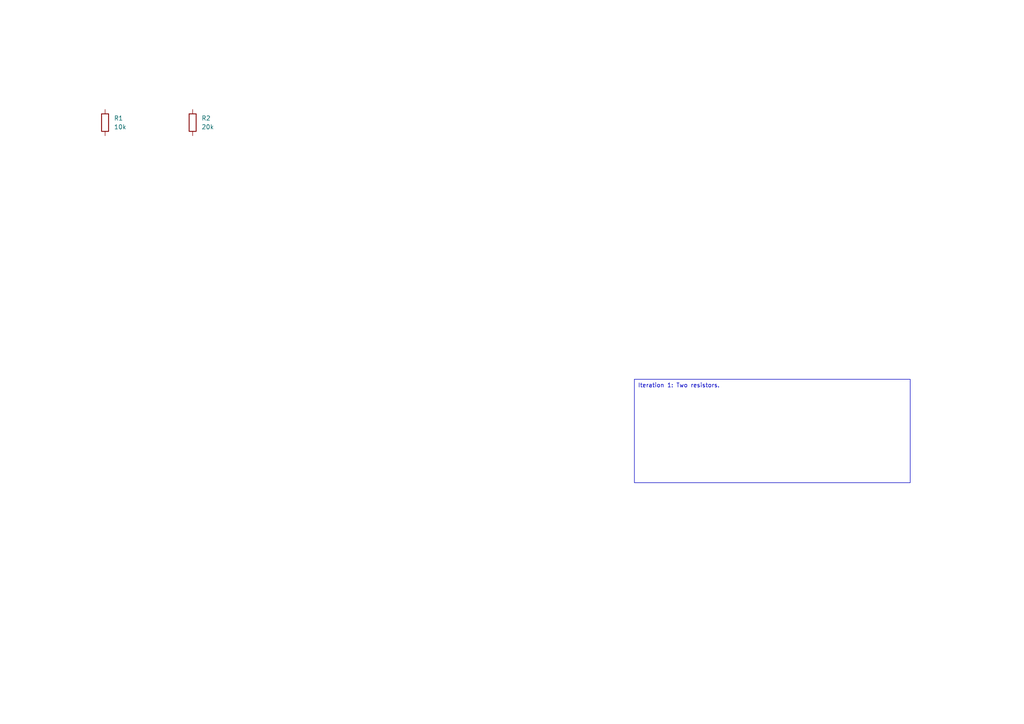
<source format=kicad_sch>
(kicad_sch (version 20250114) (generator "circuit_synth") (generator_version "0.8.36")
  (paper "A4")
  (title_block (title "growing_circuit"))
  (lib_symbols
    (symbol "Device:R" (pin_numbers (hide yes)) (pin_names (offset 0))
      (property "Reference" "R" (at 2.032 0 90))
      (property "Value" "R" (at 0 0 90))
      (symbol "R_0_1"
        (rectangle (start -1.016 -2.54) (end 1.016 2.54) (stroke (width 0.254)))
      )
      (symbol "R_1_1"
        (pin passive line (at 0 3.81 270) (length 1.27) (name "~") (number "1"))
        (pin passive line (at 0 -3.81 90) (length 1.27) (name "~") (number "2"))
      )
    )
  )
  (symbol (lib_id "Device:R") (at 30.48 35.56 0) (unit 1)
    (property "Reference" "R1" (at 33.02 34.2899 0) (effects (justify left)))
    (property "Value" "10k" (at 33.02 36.8299 0) (effects (justify left)))
    (property "Footprint" "Resistor_SMD:R_0603_1608Metric" (effects (hide yes)))
    (property "hierarchy_path" "/b59860ce-ea9b-41e8-baee-53a07c12603d" (effects (hide yes)))
    (property "project_name" "growing_circuit" (effects (hide yes)))
    (property "root_uuid" "b59860ce-ea9b-41e8-baee-53a07c12603d" (effects (hide yes)))
  )
  (symbol (lib_id "Device:R") (at 55.88 35.56 0) (unit 1)
    (property "Reference" "R2" (at 58.42 34.2899 0) (effects (justify left)))
    (property "Value" "20k" (at 58.42 36.8299 0) (effects (justify left)))
    (property "Footprint" "Resistor_SMD:R_0603_1608Metric" (effects (hide yes)))
    (property "hierarchy_path" "/b59860ce-ea9b-41e8-baee-53a07c12603d" (effects (hide yes)))
    (property "project_name" "growing_circuit" (effects (hide yes)))
    (property "root_uuid" "b59860ce-ea9b-41e8-baee-53a07c12603d" (effects (hide yes)))
  )
  (text_box "Iteration 1: Two resistors." (at 184 110 0) (size 80 30) (margins 1 1 1 1) (effects (font (size 1.2 1.2)) (justify left top)))
)
</source>
